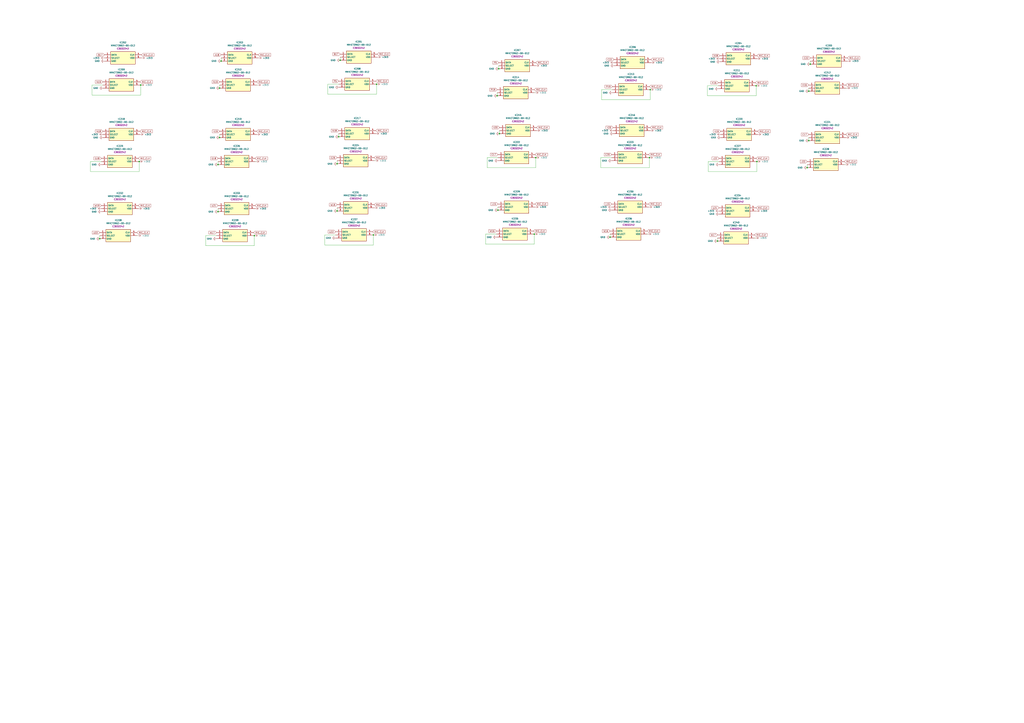
<source format=kicad_sch>
(kicad_sch (version 20231120) (generator "eeschema") (generator_version "8.0")
  (paper "A1")
  (junction (at 309.245 69.215))
  (junction (at 180.34 72.39))
  (junction (at 440.055 129.54))
  (junction (at 664.21 74.93))
  (junction (at 621.665 132.715))
  (junction (at 114.3 132.715))
  (junction (at 621.03 70.485))
  (junction (at 533.4 129.54))
  (junction (at 410.21 109.855))
  (junction (at 276.86 134.62))
  (junction (at 81.915 196.215))
  (junction (at 662.94 137.795))
  (junction (at 208.915 193.675))
  (junction (at 179.07 173.99))
  (junction (at 306.705 193.04))
  (junction (at 408.305 78.74))
  (junction (at 501.015 194.945))
  (junction (at 589.28 198.12))
  (junction (at 279.4 49.53))
  (junction (at 179.07 135.255))
  (junction (at 115.57 69.85))
  (junction (at 438.785 192.405))
  (junction (at 534.035 73.66))
  (junction (at 664.21 115.57))
  (junction (at 665.48 52.705))
  (junction (at 181.61 50.165))
  (junction (at 408.94 172.72))
  (junction (at 276.86 173.355))
  (junction (at 278.13 112.395))
  (junction (at 409.575 56.515))
  (junction (at 180.34 113.03))
  (wire (pts (xy 112.395 193.675) (xy 113.03 193.675)))
  (wire (pts (xy 493.395 137.795) (xy 533.4 137.795)))
  (wire (pts (xy 180.34 110.49) (xy 180.34 113.03)))
  (wire (pts (xy 266.7 193.04) (xy 266.7 201.295)))
  (wire (pts (xy 440.055 129.54) (xy 440.055 137.795)))
  (wire (pts (xy 75.565 78.105) (xy 115.57 78.105)))
  (wire (pts (xy 74.295 140.97) (xy 114.3 140.97)))
  (wire (pts (xy 115.57 69.85) (xy 115.57 78.105)))
  (wire (pts (xy 438.785 76.2) (xy 439.42 76.2)))
  (wire (pts (xy 278.13 69.215) (xy 269.24 69.215)))
  (wire (pts (xy 494.03 81.915) (xy 534.035 81.915)))
  (wire (pts (xy 276.86 170.815) (xy 276.86 173.355)))
  (wire (pts (xy 269.24 69.215) (xy 269.24 77.47)))
  (wire (pts (xy 532.765 129.54) (xy 533.4 129.54)))
  (wire (pts (xy 620.395 70.485) (xy 621.03 70.485)))
  (wire (pts (xy 400.05 137.795) (xy 440.055 137.795)))
  (wire (pts (xy 662.94 135.255) (xy 662.94 137.795)))
  (wire (pts (xy 210.82 69.85) (xy 211.455 69.85)))
  (wire (pts (xy 581.025 78.74) (xy 621.03 78.74)))
  (wire (pts (xy 180.34 69.85) (xy 180.34 72.39)))
  (wire (pts (xy 438.785 192.405) (xy 438.785 200.66)))
  (wire (pts (xy 589.915 70.485) (xy 581.025 70.485)))
  (wire (pts (xy 410.21 107.315) (xy 410.21 109.855)))
  (wire (pts (xy 439.42 129.54) (xy 440.055 129.54)))
  (wire (pts (xy 114.935 69.85) (xy 115.57 69.85)))
  (wire (pts (xy 269.24 77.47) (xy 309.245 77.47)))
  (wire (pts (xy 307.34 132.08) (xy 307.975 132.08)))
  (wire (pts (xy 502.92 73.66) (xy 494.03 73.66)))
  (wire (pts (xy 408.94 129.54) (xy 400.05 129.54)))
  (wire (pts (xy 693.42 135.255) (xy 694.055 135.255)))
  (wire (pts (xy 408.94 170.18) (xy 408.94 172.72)))
  (wire (pts (xy 208.28 193.675) (xy 208.915 193.675)))
  (wire (pts (xy 309.245 69.215) (xy 309.245 77.47)))
  (wire (pts (xy 114.3 132.715) (xy 114.3 140.97)))
  (wire (pts (xy 665.48 50.165) (xy 665.48 52.705)))
  (wire (pts (xy 590.55 132.715) (xy 581.66 132.715)))
  (wire (pts (xy 75.565 69.85) (xy 75.565 78.105)))
  (wire (pts (xy 81.915 193.675) (xy 81.915 196.215)))
  (wire (pts (xy 621.03 132.715) (xy 621.665 132.715)))
  (wire (pts (xy 619.76 195.58) (xy 620.395 195.58)))
  (wire (pts (xy 493.395 129.54) (xy 493.395 137.795)))
  (wire (pts (xy 306.705 193.04) (xy 306.705 201.295)))
  (wire (pts (xy 409.575 53.975) (xy 409.575 56.515)))
  (wire (pts (xy 179.07 132.715) (xy 179.07 135.255)))
  (wire (pts (xy 306.07 193.04) (xy 306.705 193.04)))
  (wire (pts (xy 84.455 69.85) (xy 75.565 69.85)))
  (wire (pts (xy 621.03 70.485) (xy 621.03 78.74)))
  (wire (pts (xy 494.03 73.66) (xy 494.03 81.915)))
  (wire (pts (xy 168.91 193.675) (xy 168.91 201.93)))
  (wire (pts (xy 400.05 129.54) (xy 400.05 137.795)))
  (wire (pts (xy 278.13 109.855) (xy 278.13 112.395)))
  (wire (pts (xy 589.28 195.58) (xy 589.28 198.12)))
  (wire (pts (xy 407.67 192.405) (xy 398.78 192.405)))
  (wire (pts (xy 581.66 132.715) (xy 581.66 140.97)))
  (wire (pts (xy 398.78 192.405) (xy 398.78 200.66)))
  (wire (pts (xy 621.665 132.715) (xy 621.665 140.97)))
  (wire (pts (xy 168.91 201.93) (xy 208.915 201.93)))
  (wire (pts (xy 438.15 192.405) (xy 438.785 192.405)))
  (wire (pts (xy 694.69 72.39) (xy 695.325 72.39)))
  (wire (pts (xy 533.4 129.54) (xy 533.4 137.795)))
  (wire (pts (xy 581.66 140.97) (xy 621.665 140.97)))
  (wire (pts (xy 664.21 72.39) (xy 664.21 74.93)))
  (wire (pts (xy 209.55 132.715) (xy 210.185 132.715)))
  (wire (pts (xy 534.035 73.66) (xy 534.035 81.915)))
  (wire (pts (xy 74.295 132.715) (xy 74.295 140.97)))
  (wire (pts (xy 308.61 69.215) (xy 309.245 69.215)))
  (wire (pts (xy 208.915 193.675) (xy 208.915 201.93)))
  (wire (pts (xy 664.21 113.03) (xy 664.21 115.57)))
  (wire (pts (xy 408.305 76.2) (xy 408.305 78.74)))
  (wire (pts (xy 533.4 73.66) (xy 534.035 73.66)))
  (wire (pts (xy 398.78 200.66) (xy 438.785 200.66)))
  (wire (pts (xy 581.025 70.485) (xy 581.025 78.74)))
  (wire (pts (xy 502.285 129.54) (xy 493.395 129.54)))
  (wire (pts (xy 113.665 132.715) (xy 114.3 132.715)))
  (wire (pts (xy 275.59 193.04) (xy 266.7 193.04)))
  (wire (pts (xy 279.4 46.99) (xy 279.4 49.53)))
  (wire (pts (xy 181.61 47.625) (xy 181.61 50.165)))
  (wire (pts (xy 501.015 192.405) (xy 501.015 194.945)))
  (wire (pts (xy 177.8 193.675) (xy 168.91 193.675)))
  (wire (pts (xy 266.7 201.295) (xy 306.705 201.295)))
  (wire (pts (xy 83.185 132.715) (xy 74.295 132.715)))
  (wire (pts (xy 276.86 132.08) (xy 276.86 134.62)))
  (wire (pts (xy 179.07 171.45) (xy 179.07 173.99)))
  (wire (pts (xy 531.495 192.405) (xy 532.13 192.405)))
  (global_label "MIC_CLK" (shape input) (at 693.42 132.715 0) (property "Intersheetrefs" "${INTERSHEET_REFS}" (effects (hide yes))))
  (global_label "MIC_CLK" (shape input) (at 534.035 104.775 0) (property "Intersheetrefs" "${INTERSHEET_REFS}" (effects (hide yes))))
  (global_label "W17" (shape input) (at 177.8 191.135 180) (property "Intersheetrefs" "${INTERSHEET_REFS}" (effects (hide yes))))
  (global_label "N19" (shape input) (at 180.34 67.31 180) (property "Intersheetrefs" "${INTERSHEET_REFS}" (effects (hide yes))))
  (global_label "MIC_CLK" (shape input) (at 307.34 129.54 0) (property "Intersheetrefs" "${INTERSHEET_REFS}" (effects (hide yes))))
  (global_label "MIC_CLK" (shape input) (at 210.82 67.31 0) (property "Intersheetrefs" "${INTERSHEET_REFS}" (effects (hide yes))))
  (global_label "A18" (shape input) (at 181.61 45.085 180) (property "Intersheetrefs" "${INTERSHEET_REFS}" (effects (hide yes))))
  (global_label "MIC_CLK" (shape input) (at 208.28 191.135 0) (property "Intersheetrefs" "${INTERSHEET_REFS}" (effects (hide yes))))
  (global_label "V20" (shape input) (at 410.21 104.775 180) (property "Intersheetrefs" "${INTERSHEET_REFS}" (effects (hide yes))))
  (global_label "MIC_CLK" (shape input) (at 308.61 107.315 0) (property "Intersheetrefs" "${INTERSHEET_REFS}" (effects (hide yes))))
  (global_label "W17" (shape input) (at 589.28 193.04 180) (property "Intersheetrefs" "${INTERSHEET_REFS}" (effects (hide yes))))
  (global_label "P5" (shape input) (at 409.575 51.435 180) (property "Intersheetrefs" "${INTERSHEET_REFS}" (effects (hide yes))))
  (global_label "P19" (shape input) (at 502.92 71.12 180) (property "Intersheetrefs" "${INTERSHEET_REFS}" (effects (hide yes))))
  (global_label "C20" (shape input) (at 276.86 129.54 180) (property "Intersheetrefs" "${INTERSHEET_REFS}" (effects (hide yes))))
  (global_label "C17" (shape input) (at 408.94 127 180) (property "Intersheetrefs" "${INTERSHEET_REFS}" (effects (hide yes))))
  (global_label "MIC_CLK" (shape input) (at 438.15 189.865 0) (property "Intersheetrefs" "${INTERSHEET_REFS}" (effects (hide yes))))
  (global_label "A18" (shape input) (at 591.185 45.72 180) (property "Intersheetrefs" "${INTERSHEET_REFS}" (effects (hide yes))))
  (global_label "MIC_CLK" (shape input) (at 694.69 110.49 0) (property "Intersheetrefs" "${INTERSHEET_REFS}" (effects (hide yes))))
  (global_label "MIC_CLK" (shape input) (at 621.665 45.72 0) (property "Intersheetrefs" "${INTERSHEET_REFS}" (effects (hide yes))))
  (global_label "MIC_CLK" (shape input) (at 113.665 168.91 0) (property "Intersheetrefs" "${INTERSHEET_REFS}" (effects (hide yes))))
  (global_label "N18" (shape input) (at 278.13 107.315 180) (property "Intersheetrefs" "${INTERSHEET_REFS}" (effects (hide yes))))
  (global_label "L15" (shape input) (at 408.94 167.64 180) (property "Intersheetrefs" "${INTERSHEET_REFS}" (effects (hide yes))))
  (global_label "B17" (shape input) (at 85.725 45.085 180) (property "Intersheetrefs" "${INTERSHEET_REFS}" (effects (hide yes))))
  (global_label "MIC_CLK" (shape input) (at 440.69 104.775 0) (property "Intersheetrefs" "${INTERSHEET_REFS}" (effects (hide yes))))
  (global_label "U22" (shape input) (at 275.59 190.5 180) (property "Intersheetrefs" "${INTERSHEET_REFS}" (effects (hide yes))))
  (global_label "C22" (shape input) (at 665.48 47.625 180) (property "Intersheetrefs" "${INTERSHEET_REFS}" (effects (hide yes))))
  (global_label "G18" (shape input) (at 179.07 130.175 180) (property "Intersheetrefs" "${INTERSHEET_REFS}" (effects (hide yes))))
  (global_label "U21" (shape input) (at 590.55 170.815 180) (property "Intersheetrefs" "${INTERSHEET_REFS}" (effects (hide yes))))
  (global_label "MIC_CLK" (shape input) (at 532.765 127 0) (property "Intersheetrefs" "${INTERSHEET_REFS}" (effects (hide yes))))
  (global_label "N18" (shape input) (at 84.455 107.95 180) (property "Intersheetrefs" "${INTERSHEET_REFS}" (effects (hide yes))))
  (global_label "P5" (shape input) (at 278.13 66.675 180) (property "Intersheetrefs" "${INTERSHEET_REFS}" (effects (hide yes))))
  (global_label "MIC_CLK" (shape input) (at 114.935 67.31 0) (property "Intersheetrefs" "${INTERSHEET_REFS}" (effects (hide yes))))
  (global_label "U22" (shape input) (at 81.915 191.135 180) (property "Intersheetrefs" "${INTERSHEET_REFS}" (effects (hide yes))))
  (global_label "MIC_CLK" (shape input) (at 308.61 66.675 0) (property "Intersheetrefs" "${INTERSHEET_REFS}" (effects (hide yes))))
  (global_label "MIC_CLK" (shape input) (at 209.55 168.91 0) (property "Intersheetrefs" "${INTERSHEET_REFS}" (effects (hide yes))))
  (global_label "U21" (shape input) (at 179.07 168.91 180) (property "Intersheetrefs" "${INTERSHEET_REFS}" (effects (hide yes))))
  (global_label "V20" (shape input) (at 503.555 104.775 180) (property "Intersheetrefs" "${INTERSHEET_REFS}" (effects (hide yes))))
  (global_label "C22" (shape input) (at 504.19 48.895 180) (property "Intersheetrefs" "${INTERSHEET_REFS}" (effects (hide yes))))
  (global_label "V19" (shape input) (at 180.34 107.95 180) (property "Intersheetrefs" "${INTERSHEET_REFS}" (effects (hide yes))))
  (global_label "MIC_CLK" (shape input) (at 532.765 167.64 0) (property "Intersheetrefs" "${INTERSHEET_REFS}" (effects (hide yes))))
  (global_label "MIC_CLK" (shape input) (at 619.76 193.04 0) (property "Intersheetrefs" "${INTERSHEET_REFS}" (effects (hide yes))))
  (global_label "MIC_CLK" (shape input) (at 438.785 73.66 0) (property "Intersheetrefs" "${INTERSHEET_REFS}" (effects (hide yes))))
  (global_label "W16" (shape input) (at 501.015 189.865 180) (property "Intersheetrefs" "${INTERSHEET_REFS}" (effects (hide yes))))
  (global_label "MIC_CLK" (shape input) (at 533.4 71.12 0) (property "Intersheetrefs" "${INTERSHEET_REFS}" (effects (hide yes))))
  (global_label "K16" (shape input) (at 664.21 69.85 180) (property "Intersheetrefs" "${INTERSHEET_REFS}" (effects (hide yes))))
  (global_label "MIC_CLK" (shape input) (at 307.34 168.275 0) (property "Intersheetrefs" "${INTERSHEET_REFS}" (effects (hide yes))))
  (global_label "MIC_CLK" (shape input) (at 306.07 190.5 0) (property "Intersheetrefs" "${INTERSHEET_REFS}" (effects (hide yes))))
  (global_label "MIC_CLK" (shape input) (at 209.55 130.175 0) (property "Intersheetrefs" "${INTERSHEET_REFS}" (effects (hide yes))))
  (global_label "W19" (shape input) (at 83.185 168.91 180) (property "Intersheetrefs" "${INTERSHEET_REFS}" (effects (hide yes))))
  (global_label "MIC_CLK" (shape input) (at 622.3 107.95 0) (property "Intersheetrefs" "${INTERSHEET_REFS}" (effects (hide yes))))
  (global_label "MIC_CLK" (shape input) (at 116.205 45.085 0) (property "Intersheetrefs" "${INTERSHEET_REFS}" (effects (hide yes))))
  (global_label "L15" (shape input) (at 502.285 167.64 180) (property "Intersheetrefs" "${INTERSHEET_REFS}" (effects (hide yes))))
  (global_label "MIC_CLK" (shape input) (at 440.055 51.435 0) (property "Intersheetrefs" "${INTERSHEET_REFS}" (effects (hide yes))))
  (global_label "MIC_CLK" (shape input) (at 114.935 107.95 0) (property "Intersheetrefs" "${INTERSHEET_REFS}" (effects (hide yes))))
  (global_label "MIC_CLK" (shape input) (at 531.495 189.865 0) (property "Intersheetrefs" "${INTERSHEET_REFS}" (effects (hide yes))))
  (global_label "MIC_CLK" (shape input) (at 112.395 191.135 0) (property "Intersheetrefs" "${INTERSHEET_REFS}" (effects (hide yes))))
  (global_label "MIC_CLK" (shape input) (at 695.96 47.625 0) (property "Intersheetrefs" "${INTERSHEET_REFS}" (effects (hide yes))))
  (global_label "W16" (shape input) (at 407.67 189.865 180) (property "Intersheetrefs" "${INTERSHEET_REFS}" (effects (hide yes))))
  (global_label "MIC_CLK" (shape input) (at 534.67 48.895 0) (property "Intersheetrefs" "${INTERSHEET_REFS}" (effects (hide yes))))
  (global_label "P19" (shape input) (at 408.305 73.66 180) (property "Intersheetrefs" "${INTERSHEET_REFS}" (effects (hide yes))))
  (global_label "J22" (shape input) (at 662.94 132.715 180) (property "Intersheetrefs" "${INTERSHEET_REFS}" (effects (hide yes))))
  (global_label "MIC_CLK" (shape input) (at 621.03 130.175 0) (property "Intersheetrefs" "${INTERSHEET_REFS}" (effects (hide yes))))
  (global_label "MIC_CLK" (shape input) (at 694.69 69.85 0) (property "Intersheetrefs" "${INTERSHEET_REFS}" (effects (hide yes))))
  (global_label "C20" (shape input) (at 502.285 127 180) (property "Intersheetrefs" "${INTERSHEET_REFS}" (effects (hide yes))))
  (global_label "B17" (shape input) (at 279.4 44.45 180) (property "Intersheetrefs" "${INTERSHEET_REFS}" (effects (hide yes))))
  (global_label "MIC_CLK" (shape input) (at 621.03 170.815 0) (property "Intersheetrefs" "${INTERSHEET_REFS}" (effects (hide yes))))
  (global_label "K16" (shape input) (at 589.915 67.945 180) (property "Intersheetrefs" "${INTERSHEET_REFS}" (effects (hide yes))))
  (global_label "MIC_CLK" (shape input) (at 439.42 127 0) (property "Intersheetrefs" "${INTERSHEET_REFS}" (effects (hide yes))))
  (global_label "MIC_CLK" (shape input) (at 620.395 67.945 0) (property "Intersheetrefs" "${INTERSHEET_REFS}" (effects (hide yes))))
  (global_label "G18" (shape input) (at 83.185 130.175 180) (property "Intersheetrefs" "${INTERSHEET_REFS}" (effects (hide yes))))
  (global_label "V19" (shape input) (at 591.82 107.95 180) (property "Intersheetrefs" "${INTERSHEET_REFS}" (effects (hide yes))))
  (global_label "N19" (shape input) (at 84.455 67.31 180) (property "Intersheetrefs" "${INTERSHEET_REFS}" (effects (hide yes))))
  (global_label "MIC_CLK" (shape input) (at 212.09 45.085 0) (property "Intersheetrefs" "${INTERSHEET_REFS}" (effects (hide yes))))
  (global_label "C17" (shape input) (at 664.21 110.49 180) (property "Intersheetrefs" "${INTERSHEET_REFS}" (effects (hide yes))))
  (global_label "MIC_CLK" (shape input) (at 113.665 130.175 0) (property "Intersheetrefs" "${INTERSHEET_REFS}" (effects (hide yes))))
  (global_label "J22" (shape input) (at 590.55 130.175 180) (property "Intersheetrefs" "${INTERSHEET_REFS}" (effects (hide yes))))
  (global_label "MIC_CLK" (shape input) (at 439.42 167.64 0) (property "Intersheetrefs" "${INTERSHEET_REFS}" (effects (hide yes))))
  (global_label "MIC_CLK" (shape input) (at 309.88 44.45 0) (property "Intersheetrefs" "${INTERSHEET_REFS}" (effects (hide yes))))
  (global_label "MIC_CLK" (shape input) (at 210.82 107.95 0) (property "Intersheetrefs" "${INTERSHEET_REFS}" (effects (hide yes))))
  (global_label "W19" (shape input) (at 276.86 168.275 180) (property "Intersheetrefs" "${INTERSHEET_REFS}" (effects (hide yes))))
  (symbol (lib_id "power:+3V3") (at 694.69 113.03 270) (unit 1)
    (property "Reference" "#PWR0530" (effects (hide yes)))
    (property "Value" "+3V3" (at 698.5 113.03 90) (effects (justify left)))
  )
  (symbol (lib_id "power:GND") (at 502.285 172.72 270) (unit 1)
    (property "Reference" "#PWR0552" (effects (hide yes)))
    (property "Value" "GND" (at 498.475 172.72 90) (effects (justify right)))
  )
  (symbol (lib_id "power:GND") (at 589.915 73.025 270) (unit 1)
    (property "Reference" "#PWR0512" (effects (hide yes)))
    (property "Value" "GND" (at 586.105 73.025 90) (effects (justify right)))
  )
  (symbol (lib_id "power:GND") (at 278.13 112.395 270) (unit 1)
    (property "Reference" "#PWR0526" (effects (hide yes)))
    (property "Value" "GND" (at 274.32 112.395 90) (effects (justify right)))
  )
  (symbol (lib_id "power:GND") (at 275.59 195.58 270) (unit 1)
    (property "Reference" "#PWR0565" (effects (hide yes)))
    (property "Value" "GND" (at 271.78 195.58 90) (effects (justify right)))
  )
  (symbol (lib_id "SamacSys_Parts:MMICT3902-00-012") (at 503.555 104.775 0) (unit 1)
    (property "Reference" "IC216" (at 518.795 94.615 0))
    (property "Value" "MMICT3902-00-012" (at 518.795 97.155 0))
    (property "Footprint" "T3902:MMICT390200012" (effects (hide yes)))
    (property "Datasheet" "http://invensense.tdk.com/wp-content/uploads/2020/05/DS-000357-T3902-v1.0.pdf" (effects (hide yes)))
    (property "Height" "1.13" (effects (hide yes)))
    (property "Mouser Part Number" "410-MMICT3902-00-012" (effects (hide yes)))
    (property "Mouser Price/Stock" "https://www.mouser.co.uk/ProductDetail/TDK-InvenSense/MMICT3902-00-012?qs=yqaQSyyJnNi1lpqXyrpxOA%3D%3D" (effects (hide yes)))
    (property "Manufacturer_Name" "TDK" (effects (hide yes)))
    (property "Manufacturer_Part_Number" "MMICT3902-00-012" (effects (hide yes)))
    (property "LCSC" "C3032242" (at 518.795 99.695 0))
  )
  (symbol (lib_id "power:GND") (at 589.28 198.12 270) (unit 1)
    (property "Reference" "#PWR0569" (effects (hide yes)))
    (property "Value" "GND" (at 585.47 198.12 90) (effects (justify right)))
  )
  (symbol (lib_id "power:GND") (at 81.915 196.215 270) (unit 1)
    (property "Reference" "#PWR0567" (effects (hide yes)))
    (property "Value" "GND" (at 78.105 196.215 90) (effects (justify right)))
  )
  (symbol (lib_id "SamacSys_Parts:MMICT3902-00-012") (at 590.55 170.815 0) (unit 1)
    (property "Reference" "IC234" (at 605.79 160.655 0))
    (property "Value" "MMICT3902-00-012" (at 605.79 163.195 0))
    (property "Footprint" "T3902:MMICT390200012" (effects (hide yes)))
    (property "Datasheet" "http://invensense.tdk.com/wp-content/uploads/2020/05/DS-000357-T3902-v1.0.pdf" (effects (hide yes)))
    (property "Height" "1.13" (effects (hide yes)))
    (property "Mouser Part Number" "410-MMICT3902-00-012" (effects (hide yes)))
    (property "Mouser Price/Stock" "https://www.mouser.co.uk/ProductDetail/TDK-InvenSense/MMICT3902-00-012?qs=yqaQSyyJnNi1lpqXyrpxOA%3D%3D" (effects (hide yes)))
    (property "Manufacturer_Name" "TDK" (effects (hide yes)))
    (property "Manufacturer_Part_Number" "MMICT3902-00-012" (effects (hide yes)))
    (property "LCSC" "C3032242" (at 605.79 165.735 0))
  )
  (symbol (lib_id "power:+3V3") (at 503.555 107.315 90) (unit 1)
    (property "Reference" "#PWR0896" (effects (hide yes)))
    (property "Value" "+3V3" (at 499.491 107.315 90) (effects (justify left)))
  )
  (symbol (lib_id "power:+3V3") (at 210.185 132.715 270) (unit 1)
    (property "Reference" "#PWR0538" (effects (hide yes)))
    (property "Value" "+3V3" (at 213.995 132.715 90) (effects (justify left)))
  )
  (symbol (lib_id "power:+3V3") (at 308.61 109.855 270) (unit 1)
    (property "Reference" "#PWR0520" (effects (hide yes)))
    (property "Value" "+3V3" (at 312.42 109.855 90) (effects (justify left)))
  )
  (symbol (lib_id "power:+3V3") (at 439.42 170.18 270) (unit 1)
    (property "Reference" "#PWR0546" (effects (hide yes)))
    (property "Value" "+3V3" (at 443.23 170.18 90) (effects (justify left)))
  )
  (symbol (lib_id "power:GND") (at 276.86 134.62 270) (unit 1)
    (property "Reference" "#PWR0540" (effects (hide yes)))
    (property "Value" "GND" (at 273.05 134.62 90) (effects (justify right)))
  )
  (symbol (lib_id "SamacSys_Parts:MMICT3902-00-012") (at 85.725 45.085 0) (unit 1)
    (property "Reference" "IC202" (at 100.965 34.925 0))
    (property "Value" "MMICT3902-00-012" (at 100.965 37.465 0))
    (property "Footprint" "T3902:MMICT390200012" (effects (hide yes)))
    (property "Datasheet" "http://invensense.tdk.com/wp-content/uploads/2020/05/DS-000357-T3902-v1.0.pdf" (effects (hide yes)))
    (property "Height" "1.13" (effects (hide yes)))
    (property "Mouser Part Number" "410-MMICT3902-00-012" (effects (hide yes)))
    (property "Mouser Price/Stock" "https://www.mouser.co.uk/ProductDetail/TDK-InvenSense/MMICT3902-00-012?qs=yqaQSyyJnNi1lpqXyrpxOA%3D%3D" (effects (hide yes)))
    (property "Manufacturer_Name" "TDK" (effects (hide yes)))
    (property "Manufacturer_Part_Number" "MMICT3902-00-012" (effects (hide yes)))
    (property "LCSC" "C3032242" (at 100.965 40.005 0))
  )
  (symbol (lib_id "SamacSys_Parts:MMICT3902-00-012") (at 179.07 130.175 0) (unit 1)
    (property "Reference" "IC226" (at 194.31 120.015 0))
    (property "Value" "MMICT3902-00-012" (at 194.31 122.555 0))
    (property "Footprint" "T3902:MMICT390200012" (effects (hide yes)))
    (property "Datasheet" "http://invensense.tdk.com/wp-content/uploads/2020/05/DS-000357-T3902-v1.0.pdf" (effects (hide yes)))
    (property "Height" "1.13" (effects (hide yes)))
    (property "Mouser Part Number" "410-MMICT3902-00-012" (effects (hide yes)))
    (property "Mouser Price/Stock" "https://www.mouser.co.uk/ProductDetail/TDK-InvenSense/MMICT3902-00-012?qs=yqaQSyyJnNi1lpqXyrpxOA%3D%3D" (effects (hide yes)))
    (property "Manufacturer_Name" "TDK" (effects (hide yes)))
    (property "Manufacturer_Part_Number" "MMICT3902-00-012" (effects (hide yes)))
    (property "LCSC" "C3032242" (at 194.31 125.095 0))
  )
  (symbol (lib_id "SamacSys_Parts:MMICT3902-00-012") (at 177.8 191.135 0) (unit 1)
    (property "Reference" "IC239" (at 193.04 180.975 0))
    (property "Value" "MMICT3902-00-012" (at 193.04 183.515 0))
    (property "Footprint" "T3902:MMICT390200012" (effects (hide yes)))
    (property "Datasheet" "http://invensense.tdk.com/wp-content/uploads/2020/05/DS-000357-T3902-v1.0.pdf" (effects (hide yes)))
    (property "Height" "1.13" (effects (hide yes)))
    (property "Mouser Part Number" "410-MMICT3902-00-012" (effects (hide yes)))
    (property "Mouser Price/Stock" "https://www.mouser.co.uk/ProductDetail/TDK-InvenSense/MMICT3902-00-012?qs=yqaQSyyJnNi1lpqXyrpxOA%3D%3D" (effects (hide yes)))
    (property "Manufacturer_Name" "TDK" (effects (hide yes)))
    (property "Manufacturer_Part_Number" "MMICT3902-00-012" (effects (hide yes)))
    (property "LCSC" "C3032242" (at 193.04 186.055 0))
  )
  (symbol (lib_id "power:+3V3") (at 84.455 110.49 90) (unit 1)
    (property "Reference" "#PWR0897" (effects (hide yes)))
    (property "Value" "+3V3" (at 80.391 110.49 90) (effects (justify left)))
  )
  (symbol (lib_id "SamacSys_Parts:MMICT3902-00-012") (at 279.4 44.45 0) (unit 1)
    (property "Reference" "IC201" (at 294.64 34.29 0))
    (property "Value" "MMICT3902-00-012" (at 294.64 36.83 0))
    (property "Footprint" "T3902:MMICT390200012" (effects (hide yes)))
    (property "Datasheet" "http://invensense.tdk.com/wp-content/uploads/2020/05/DS-000357-T3902-v1.0.pdf" (effects (hide yes)))
    (property "Height" "1.13" (effects (hide yes)))
    (property "Mouser Part Number" "410-MMICT3902-00-012" (effects (hide yes)))
    (property "Mouser Price/Stock" "https://www.mouser.co.uk/ProductDetail/TDK-InvenSense/MMICT3902-00-012?qs=yqaQSyyJnNi1lpqXyrpxOA%3D%3D" (effects (hide yes)))
    (property "Manufacturer_Name" "TDK" (effects (hide yes)))
    (property "Manufacturer_Part_Number" "MMICT3902-00-012" (effects (hide yes)))
    (property "LCSC" "C3032242" (at 294.64 39.37 0))
  )
  (symbol (lib_id "SamacSys_Parts:MMICT3902-00-012") (at 278.13 66.675 0) (unit 1)
    (property "Reference" "IC208" (at 293.37 56.515 0))
    (property "Value" "MMICT3902-00-012" (at 293.37 59.055 0))
    (property "Footprint" "T3902:MMICT390200012" (effects (hide yes)))
    (property "Datasheet" "http://invensense.tdk.com/wp-content/uploads/2020/05/DS-000357-T3902-v1.0.pdf" (effects (hide yes)))
    (property "Height" "1.13" (effects (hide yes)))
    (property "Mouser Part Number" "410-MMICT3902-00-012" (effects (hide yes)))
    (property "Mouser Price/Stock" "https://www.mouser.co.uk/ProductDetail/TDK-InvenSense/MMICT3902-00-012?qs=yqaQSyyJnNi1lpqXyrpxOA%3D%3D" (effects (hide yes)))
    (property "Manufacturer_Name" "TDK" (effects (hide yes)))
    (property "Manufacturer_Part_Number" "MMICT3902-00-012" (effects (hide yes)))
    (property "LCSC" "C3032242" (at 293.37 61.595 0))
  )
  (symbol (lib_id "power:GND") (at 180.34 113.03 270) (unit 1)
    (property "Reference" "#PWR0528" (effects (hide yes)))
    (property "Value" "GND" (at 176.53 113.03 90) (effects (justify right)))
  )
  (symbol (lib_id "power:+3V3") (at 533.4 129.54 270) (unit 1)
    (property "Reference" "#PWR0533" (effects (hide yes)))
    (property "Value" "+3V3" (at 537.21 129.54 90) (effects (justify left)))
  )
  (symbol (lib_id "SamacSys_Parts:MMICT3902-00-012") (at 83.185 168.91 0) (unit 1)
    (property "Reference" "IC232" (at 98.425 158.75 0))
    (property "Value" "MMICT3902-00-012" (at 98.425 161.29 0))
    (property "Footprint" "T3902:MMICT390200012" (effects (hide yes)))
    (property "Datasheet" "http://invensense.tdk.com/wp-content/uploads/2020/05/DS-000357-T3902-v1.0.pdf" (effects (hide yes)))
    (property "Height" "1.13" (effects (hide yes)))
    (property "Mouser Part Number" "410-MMICT3902-00-012" (effects (hide yes)))
    (property "Mouser Price/Stock" "https://www.mouser.co.uk/ProductDetail/TDK-InvenSense/MMICT3902-00-012?qs=yqaQSyyJnNi1lpqXyrpxOA%3D%3D" (effects (hide yes)))
    (property "Manufacturer_Name" "TDK" (effects (hide yes)))
    (property "Manufacturer_Part_Number" "MMICT3902-00-012" (effects (hide yes)))
    (property "LCSC" "C3032242" (at 98.425 163.83 0))
  )
  (symbol (lib_id "power:+3V3") (at 115.57 69.85 270) (unit 1)
    (property "Reference" "#PWR0505" (effects (hide yes)))
    (property "Value" "+3V3" (at 119.38 69.85 90) (effects (justify left)))
  )
  (symbol (lib_id "power:GND") (at 502.92 76.2 270) (unit 1)
    (property "Reference" "#PWR0516" (effects (hide yes)))
    (property "Value" "GND" (at 499.11 76.2 90) (effects (justify right)))
  )
  (symbol (lib_id "power:GND") (at 502.285 132.08 270) (unit 1)
    (property "Reference" "#PWR0536" (effects (hide yes)))
    (property "Value" "GND" (at 498.475 132.08 90) (effects (justify right)))
  )
  (symbol (lib_id "power:GND") (at 181.61 50.165 270) (unit 1)
    (property "Reference" "#PWR0496" (effects (hide yes)))
    (property "Value" "GND" (at 177.8 50.165 90) (effects (justify right)))
  )
  (symbol (lib_id "power:+3V3") (at 114.3 132.715 270) (unit 1)
    (property "Reference" "#PWR0537" (effects (hide yes)))
    (property "Value" "+3V3" (at 118.11 132.715 90) (effects (justify left)))
  )
  (symbol (lib_id "power:+3V3") (at 621.03 70.485 270) (unit 1)
    (property "Reference" "#PWR0507" (effects (hide yes)))
    (property "Value" "+3V3" (at 624.84 70.485 90) (effects (justify left)))
  )
  (symbol (lib_id "SamacSys_Parts:MMICT3902-00-012") (at 502.285 167.64 0) (unit 1)
    (property "Reference" "IC230" (at 517.525 157.48 0))
    (property "Value" "MMICT3902-00-012" (at 517.525 160.02 0))
    (property "Footprint" "T3902:MMICT390200012" (effects (hide yes)))
    (property "Datasheet" "http://invensense.tdk.com/wp-content/uploads/2020/05/DS-000357-T3902-v1.0.pdf" (effects (hide yes)))
    (property "Height" "1.13" (effects (hide yes)))
    (property "Mouser Part Number" "410-MMICT3902-00-012" (effects (hide yes)))
    (property "Mouser Price/Stock" "https://www.mouser.co.uk/ProductDetail/TDK-InvenSense/MMICT3902-00-012?qs=yqaQSyyJnNi1lpqXyrpxOA%3D%3D" (effects (hide yes)))
    (property "Manufacturer_Name" "TDK" (effects (hide yes)))
    (property "Manufacturer_Part_Number" "MMICT3902-00-012" (effects (hide yes)))
    (property "LCSC" "C3032242" (at 517.525 162.56 0))
  )
  (symbol (lib_id "SamacSys_Parts:MMICT3902-00-012") (at 410.21 104.775 0) (unit 1)
    (property "Reference" "IC215" (at 425.45 94.615 0))
    (property "Value" "MMICT3902-00-012" (at 425.45 97.155 0))
    (property "Footprint" "T3902:MMICT390200012" (effects (hide yes)))
    (property "Datasheet" "http://invensense.tdk.com/wp-content/uploads/2020/05/DS-000357-T3902-v1.0.pdf" (effects (hide yes)))
    (property "Height" "1.13" (effects (hide yes)))
    (property "Mouser Part Number" "410-MMICT3902-00-012" (effects (hide yes)))
    (property "Mouser Price/Stock" "https://www.mouser.co.uk/ProductDetail/TDK-InvenSense/MMICT3902-00-012?qs=yqaQSyyJnNi1lpqXyrpxOA%3D%3D" (effects (hide yes)))
    (property "Manufacturer_Name" "TDK" (effects (hide yes)))
    (property "Manufacturer_Part_Number" "MMICT3902-00-012" (effects (hide yes)))
    (property "LCSC" "C3032242" (at 425.45 99.695 0))
  )
  (symbol (lib_id "SamacSys_Parts:MMICT3902-00-012") (at 275.59 190.5 0) (unit 1)
    (property "Reference" "IC237" (at 290.83 180.34 0))
    (property "Value" "MMICT3902-00-012" (at 290.83 182.88 0))
    (property "Footprint" "T3902:MMICT390200012" (effects (hide yes)))
    (property "Datasheet" "http://invensense.tdk.com/wp-content/uploads/2020/05/DS-000357-T3902-v1.0.pdf" (effects (hide yes)))
    (property "Height" "1.13" (effects (hide yes)))
    (property "Mouser Part Number" "410-MMICT3902-00-012" (effects (hide yes)))
    (property "Mouser Price/Stock" "https://www.mouser.co.uk/ProductDetail/TDK-InvenSense/MMICT3902-00-012?qs=yqaQSyyJnNi1lpqXyrpxOA%3D%3D" (effects (hide yes)))
    (property "Manufacturer_Name" "TDK" (effects (hide yes)))
    (property "Manufacturer_Part_Number" "MMICT3902-00-012" (effects (hide yes)))
    (property "LCSC" "C3032242" (at 290.83 185.42 0))
  )
  (symbol (lib_id "power:GND") (at 591.185 50.8 270) (unit 1)
    (property "Reference" "#PWR0498" (effects (hide yes)))
    (property "Value" "GND" (at 587.375 50.8 90) (effects (justify right)))
  )
  (symbol (lib_id "power:+3V3") (at 309.245 69.215 270) (unit 1)
    (property "Reference" "#PWR0504" (effects (hide yes)))
    (property "Value" "+3V3" (at 313.055 69.215 90) (effects (justify left)))
  )
  (symbol (lib_id "power:+3V3") (at 306.705 193.04 270) (unit 1)
    (property "Reference" "#PWR0560" (effects (hide yes)))
    (property "Value" "+3V3" (at 310.515 193.04 90) (effects (justify left)))
  )
  (symbol (lib_id "power:+3V3") (at 85.725 47.625 90) (unit 1)
    (property "Reference" "#PWR0893" (effects (hide yes)))
    (property "Value" "+3V3" (at 81.661 47.625 90) (effects (justify left)))
  )
  (symbol (lib_id "power:GND") (at 83.185 135.255 270) (unit 1)
    (property "Reference" "#PWR0541" (effects (hide yes)))
    (property "Value" "GND" (at 79.375 135.255 90) (effects (justify right)))
  )
  (symbol (lib_id "SamacSys_Parts:MMICT3902-00-012") (at 590.55 130.175 0) (unit 1)
    (property "Reference" "IC227" (at 605.79 120.015 0))
    (property "Value" "MMICT3902-00-012" (at 605.79 122.555 0))
    (property "Footprint" "T3902:MMICT390200012" (effects (hide yes)))
    (property "Datasheet" "http://invensense.tdk.com/wp-content/uploads/2020/05/DS-000357-T3902-v1.0.pdf" (effects (hide yes)))
    (property "Height" "1.13" (effects (hide yes)))
    (property "Mouser Part Number" "410-MMICT3902-00-012" (effects (hide yes)))
    (property "Mouser Price/Stock" "https://www.mouser.co.uk/ProductDetail/TDK-InvenSense/MMICT3902-00-012?qs=yqaQSyyJnNi1lpqXyrpxOA%3D%3D" (effects (hide yes)))
    (property "Manufacturer_Name" "TDK" (effects (hide yes)))
    (property "Manufacturer_Part_Number" "MMICT3902-00-012" (effects (hide yes)))
    (property "LCSC" "C3032242" (at 605.79 125.095 0))
  )
  (symbol (lib_id "power:+3V3") (at 532.765 170.18 270) (unit 1)
    (property "Reference" "#PWR0547" (effects (hide yes)))
    (property "Value" "+3V3" (at 536.575 170.18 90) (effects (justify left)))
  )
  (symbol (lib_id "power:GND") (at 408.94 172.72 270) (unit 1)
    (property "Reference" "#PWR0551" (effects (hide yes)))
    (property "Value" "GND" (at 405.13 172.72 90) (effects (justify right)))
  )
  (symbol (lib_id "power:+3V3") (at 504.19 51.435 90) (unit 1)
    (property "Reference" "#PWR0895" (effects (hide yes)))
    (property "Value" "+3V3" (at 500.126 51.435 90) (effects (justify left)))
  )
  (symbol (lib_id "SamacSys_Parts:MMICT3902-00-012") (at 664.21 110.49 0) (unit 1)
    (property "Reference" "IC221" (at 679.45 100.33 0))
    (property "Value" "MMICT3902-00-012" (at 679.45 102.87 0))
    (property "Footprint" "T3902:MMICT390200012" (effects (hide yes)))
    (property "Datasheet" "http://invensense.tdk.com/wp-content/uploads/2020/05/DS-000357-T3902-v1.0.pdf" (effects (hide yes)))
    (property "Height" "1.13" (effects (hide yes)))
    (property "Mouser Part Number" "410-MMICT3902-00-012" (effects (hide yes)))
    (property "Mouser Price/Stock" "https://www.mouser.co.uk/ProductDetail/TDK-InvenSense/MMICT3902-00-012?qs=yqaQSyyJnNi1lpqXyrpxOA%3D%3D" (effects (hide yes)))
    (property "Manufacturer_Name" "TDK" (effects (hide yes)))
    (property "Manufacturer_Part_Number" "MMICT3902-00-012" (effects (hide yes)))
    (property "LCSC" "C3032242" (at 679.45 105.41 0))
  )
  (symbol (lib_id "power:+3V3") (at 621.665 48.26 270) (unit 1)
    (property "Reference" "#PWR0493" (effects (hide yes)))
    (property "Value" "+3V3" (at 625.475 48.26 90) (effects (justify left)))
  )
  (symbol (lib_id "SamacSys_Parts:MMICT3902-00-012") (at 662.94 132.715 0) (unit 1)
    (property "Reference" "IC228" (at 678.18 122.555 0))
    (property "Value" "MMICT3902-00-012" (at 678.18 125.095 0))
    (property "Footprint" "T3902:MMICT390200012" (effects (hide yes)))
    (property "Datasheet" "http://invensense.tdk.com/wp-content/uploads/2020/05/DS-000357-T3902-v1.0.pdf" (effects (hide yes)))
    (property "Height" "1.13" (effects (hide yes)))
    (property "Mouser Part Number" "410-MMICT3902-00-012" (effects (hide yes)))
    (property "Mouser Price/Stock" "https://www.mouser.co.uk/ProductDetail/TDK-InvenSense/MMICT3902-00-012?qs=yqaQSyyJnNi1lpqXyrpxOA%3D%3D" (effects (hide yes)))
    (property "Manufacturer_Name" "TDK" (effects (hide yes)))
    (property "Manufacturer_Part_Number" "MMICT3902-00-012" (effects (hide yes)))
    (property "LCSC" "C3032242" (at 678.18 127.635 0))
  )
  (symbol (lib_id "power:GND") (at 84.455 72.39 270) (unit 1)
    (property "Reference" "#PWR0509" (effects (hide yes)))
    (property "Value" "GND" (at 80.645 72.39 90) (effects (justify right)))
  )
  (symbol (lib_id "power:GND") (at 84.455 113.03 270) (unit 1)
    (property "Reference" "#PWR0527" (effects (hide yes)))
    (property "Value" "GND" (at 80.645 113.03 90) (effects (justify right)))
  )
  (symbol (lib_id "SamacSys_Parts:MMICT3902-00-012") (at 276.86 129.54 0) (unit 1)
    (property "Reference" "IC224" (at 292.1 119.38 0))
    (property "Value" "MMICT3902-00-012" (at 292.1 121.92 0))
    (property "Footprint" "T3902:MMICT390200012" (effects (hide yes)))
    (property "Datasheet" "http://invensense.tdk.com/wp-content/uploads/2020/05/DS-000357-T3902-v1.0.pdf" (effects (hide yes)))
    (property "Height" "1.13" (effects (hide yes)))
    (property "Mouser Part Number" "410-MMICT3902-00-012" (effects (hide yes)))
    (property "Mouser Price/Stock" "https://www.mouser.co.uk/ProductDetail/TDK-InvenSense/MMICT3902-00-012?qs=yqaQSyyJnNi1lpqXyrpxOA%3D%3D" (effects (hide yes)))
    (property "Manufacturer_Name" "TDK" (effects (hide yes)))
    (property "Manufacturer_Part_Number" "MMICT3902-00-012" (effects (hide yes)))
    (property "LCSC" "C3032242" (at 292.1 124.46 0))
  )
  (symbol (lib_id "power:+3V3") (at 622.3 110.49 270) (unit 1)
    (property "Reference" "#PWR0525" (effects (hide yes)))
    (property "Value" "+3V3" (at 626.11 110.49 90) (effects (justify left)))
  )
  (symbol (lib_id "power:+3V3") (at 591.185 48.26 90) (unit 1)
    (property "Reference" "#PWR0894" (effects (hide yes)))
    (property "Value" "+3V3" (at 587.121 48.26 90) (effects (justify left)))
  )
  (symbol (lib_id "power:GND") (at 410.21 109.855 270) (unit 1)
    (property "Reference" "#PWR0521" (effects (hide yes)))
    (property "Value" "GND" (at 406.4 109.855 90) (effects (justify right)))
  )
  (symbol (lib_id "power:GND") (at 665.48 52.705 270) (unit 1)
    (property "Reference" "#PWR0500" (effects (hide yes)))
    (property "Value" "GND" (at 661.67 52.705 90) (effects (justify right)))
  )
  (symbol (lib_id "power:+3V3") (at 209.55 171.45 270) (unit 1)
    (property "Reference" "#PWR0550" (effects (hide yes)))
    (property "Value" "+3V3" (at 213.36 171.45 90) (effects (justify left)))
  )
  (symbol (lib_id "SamacSys_Parts:MMICT3902-00-012") (at 181.61 45.085 0) (unit 1)
    (property "Reference" "IC203" (at 196.85 34.925 0))
    (property "Value" "MMICT3902-00-012" (at 196.85 37.465 0))
    (property "Footprint" "T3902:MMICT390200012" (effects (hide yes)))
    (property "Datasheet" "http://invensense.tdk.com/wp-content/uploads/2020/05/DS-000357-T3902-v1.0.pdf" (effects (hide yes)))
    (property "Height" "1.13" (effects (hide yes)))
    (property "Mouser Part Number" "410-MMICT3902-00-012" (effects (hide yes)))
    (property "Mouser Price/Stock" "https://www.mouser.co.uk/ProductDetail/TDK-InvenSense/MMICT3902-00-012?qs=yqaQSyyJnNi1lpqXyrpxOA%3D%3D" (effects (hide yes)))
    (property "Manufacturer_Name" "TDK" (effects (hide yes)))
    (property "Manufacturer_Part_Number" "MMICT3902-00-012" (effects (hide yes)))
    (property "LCSC" "C3032242" (at 196.85 40.005 0))
  )
  (symbol (lib_id "power:+3V3") (at 114.935 110.49 270) (unit 1)
    (property "Reference" "#PWR0523" (effects (hide yes)))
    (property "Value" "+3V3" (at 118.745 110.49 90) (effects (justify left)))
  )
  (symbol (lib_id "SamacSys_Parts:MMICT3902-00-012") (at 276.86 168.275 0) (unit 1)
    (property "Reference" "IC231" (at 292.1 158.115 0))
    (property "Value" "MMICT3902-00-012" (at 292.1 160.655 0))
    (property "Footprint" "T3902:MMICT390200012" (effects (hide yes)))
    (property "Datasheet" "http://invensense.tdk.com/wp-content/uploads/2020/05/DS-000357-T3902-v1.0.pdf" (effects (hide yes)))
    (property "Height" "1.13" (effects (hide yes)))
    (property "Mouser Part Number" "410-MMICT3902-00-012" (effects (hide yes)))
    (property "Mouser Price/Stock" "https://www.mouser.co.uk/ProductDetail/TDK-InvenSense/MMICT3902-00-012?qs=yqaQSyyJnNi1lpqXyrpxOA%3D%3D" (effects (hide yes)))
    (property "Manufacturer_Name" "TDK" (effects (hide yes)))
    (property "Manufacturer_Part_Number" "MMICT3902-00-012" (effects (hide yes)))
    (property "LCSC" "C3032242" (at 292.1 163.195 0))
  )
  (symbol (lib_id "power:+3V3") (at 591.82 110.49 90) (unit 1)
    (property "Reference" "#PWR0898" (effects (hide yes)))
    (property "Value" "+3V3" (at 587.756 110.49 90) (effects (justify left)))
  )
  (symbol (lib_id "power:GND") (at 664.21 74.93 270) (unit 1)
    (property "Reference" "#PWR0514" (effects (hide yes)))
    (property "Value" "GND" (at 660.4 74.93 90) (effects (justify right)))
  )
  (symbol (lib_id "power:+3V3") (at 502.285 170.18 90) (unit 1)
    (property "Reference" "#PWR0899" (effects (hide yes)))
    (property "Value" "+3V3" (at 498.221 170.18 90) (effects (justify left)))
  )
  (symbol (lib_id "power:GND") (at 503.555 109.855 270) (unit 1)
    (property "Reference" "#PWR0522" (effects (hide yes)))
    (property "Value" "GND" (at 499.745 109.855 90) (effects (justify right)))
  )
  (symbol (lib_id "power:+3V3") (at 309.88 46.99 270) (unit 1)
    (property "Reference" "#PWR0490" (effects (hide yes)))
    (property "Value" "+3V3" (at 313.69 46.99 90) (effects (justify left)))
  )
  (symbol (lib_id "power:GND") (at 662.94 137.795 270) (unit 1)
    (property "Reference" "#PWR0545" (effects (hide yes)))
    (property "Value" "GND" (at 659.13 137.795 90) (effects (justify right)))
  )
  (symbol (lib_id "SamacSys_Parts:MMICT3902-00-012") (at 589.915 67.945 0) (unit 1)
    (property "Reference" "IC211" (at 605.155 57.785 0))
    (property "Value" "MMICT3902-00-012" (at 605.155 60.325 0))
    (property "Footprint" "T3902:MMICT390200012" (effects (hide yes)))
    (property "Datasheet" "http://invensense.tdk.com/wp-content/uploads/2020/05/DS-000357-T3902-v1.0.pdf" (effects (hide yes)))
    (property "Height" "1.13" (effects (hide yes)))
    (property "Mouser Part Number" "410-MMICT3902-00-012" (effects (hide yes)))
    (property "Mouser Price/Stock" "https://www.mouser.co.uk/ProductDetail/TDK-InvenSense/MMICT3902-00-012?qs=yqaQSyyJnNi1lpqXyrpxOA%3D%3D" (effects (hide yes)))
    (property "Manufacturer_Name" "TDK" (effects (hide yes)))
    (property "Manufacturer_Part_Number" "MMICT3902-00-012" (effects (hide yes)))
    (property "LCSC" "C3032242" (at 605.155 62.865 0))
  )
  (symbol (lib_id "SamacSys_Parts:MMICT3902-00-012") (at 179.07 168.91 0) (unit 1)
    (property "Reference" "IC233" (at 194.31 158.75 0))
    (property "Value" "MMICT3902-00-012" (at 194.31 161.29 0))
    (property "Footprint" "T3902:MMICT390200012" (effects (hide yes)))
    (property "Datasheet" "http://invensense.tdk.com/wp-content/uploads/2020/05/DS-000357-T3902-v1.0.pdf" (effects (hide yes)))
    (property "Height" "1.13" (effects (hide yes)))
    (property "Mouser Part Number" "410-MMICT3902-00-012" (effects (hide yes)))
    (property "Mouser Price/Stock" "https://www.mouser.co.uk/ProductDetail/TDK-InvenSense/MMICT3902-00-012?qs=yqaQSyyJnNi1lpqXyrpxOA%3D%3D" (effects (hide yes)))
    (property "Manufacturer_Name" "TDK" (effects (hide yes)))
    (property "Manufacturer_Part_Number" "MMICT3902-00-012" (effects (hide yes)))
    (property "LCSC" "C3032242" (at 194.31 163.83 0))
  )
  (symbol (lib_id "power:GND") (at 180.34 72.39 270) (unit 1)
    (property "Reference" "#PWR0510" (effects (hide yes)))
    (property "Value" "GND" (at 176.53 72.39 90) (effects (justify right)))
  )
  (symbol (lib_id "power:GND") (at 179.07 173.99 270) (unit 1)
    (property "Reference" "#PWR0556" (effects (hide yes)))
    (property "Value" "GND" (at 175.26 173.99 90) (effects (justify right)))
  )
  (symbol (lib_id "power:+3V3") (at 113.03 193.675 270) (unit 1)
    (property "Reference" "#PWR0561" (effects (hide yes)))
    (property "Value" "+3V3" (at 116.84 193.675 90) (effects (justify left)))
  )
  (symbol (lib_id "power:GND") (at 83.185 173.99 270) (unit 1)
    (property "Reference" "#PWR0555" (effects (hide yes)))
    (property "Value" "GND" (at 79.375 173.99 90) (effects (justify right)))
  )
  (symbol (lib_id "SamacSys_Parts:MMICT3902-00-012") (at 589.28 193.04 0) (unit 1)
    (property "Reference" "IC240" (at 604.52 182.88 0))
    (property "Value" "MMICT3902-00-012" (at 604.52 185.42 0))
    (property "Footprint" "T3902:MMICT390200012" (effects (hide yes)))
    (property "Datasheet" "http://invensense.tdk.com/wp-content/uploads/2020/05/DS-000357-T3902-v1.0.pdf" (effects (hide yes)))
    (property "Height" "1.13" (effects (hide yes)))
    (property "Mouser Part Number" "410-MMICT3902-00-012" (effects (hide yes)))
    (property "Mouser Price/Stock" "https://www.mouser.co.uk/ProductDetail/TDK-InvenSense/MMICT3902-00-012?qs=yqaQSyyJnNi1lpqXyrpxOA%3D%3D" (effects (hide yes)))
    (property "Manufacturer_Name" "TDK" (effects (hide yes)))
    (property "Manufacturer_Part_Number" "MMICT3902-00-012" (effects (hide yes)))
    (property "LCSC" "C3032242" (at 604.52 187.96 0))
  )
  (symbol (lib_id "power:GND") (at 590.55 135.255 270) (unit 1)
    (property "Reference" "#PWR0543" (effects (hide yes)))
    (property "Value" "GND" (at 586.74 135.255 90) (effects (justify right)))
  )
  (symbol (lib_id "power:+3V3") (at 212.09 47.625 270) (unit 1)
    (property "Reference" "#PWR0492" (effects (hide yes)))
    (property "Value" "+3V3" (at 215.9 47.625 90) (effects (justify left)))
  )
  (symbol (lib_id "power:GND") (at 408.305 78.74 270) (unit 1)
    (property "Reference" "#PWR0517" (effects (hide yes)))
    (property "Value" "GND" (at 404.495 78.74 90) (effects (justify right)))
  )
  (symbol (lib_id "SamacSys_Parts:MMICT3902-00-012") (at 84.455 67.31 0) (unit 1)
    (property "Reference" "IC209" (at 99.695 57.15 0))
    (property "Value" "MMICT3902-00-012" (at 99.695 59.69 0))
    (property "Footprint" "T3902:MMICT390200012" (effects (hide yes)))
    (property "Datasheet" "http://invensense.tdk.com/wp-content/uploads/2020/05/DS-000357-T3902-v1.0.pdf" (effects (hide yes)))
    (property "Height" "1.13" (effects (hide yes)))
    (property "Mouser Part Number" "410-MMICT3902-00-012" (effects (hide yes)))
    (property "Mouser Price/Stock" "https://www.mouser.co.uk/ProductDetail/TDK-InvenSense/MMICT3902-00-012?qs=yqaQSyyJnNi1lpqXyrpxOA%3D%3D" (effects (hide yes)))
    (property "Manufacturer_Name" "TDK" (effects (hide yes)))
    (property "Manufacturer_Part_Number" "MMICT3902-00-012" (effects (hide yes)))
    (property "LCSC" "C3032242" (at 99.695 62.23 0))
  )
  (symbol (lib_id "power:GND") (at 501.015 194.945 270) (unit 1)
    (property "Reference" "#PWR0564" (effects (hide yes)))
    (property "Value" "GND" (at 497.205 194.945 90) (effects (justify right)))
  )
  (symbol (lib_id "power:+3V3") (at 694.055 135.255 270) (unit 1)
    (property "Reference" "#PWR0544" (effects (hide yes)))
    (property "Value" "+3V3" (at 697.865 135.255 90) (effects (justify left)))
  )
  (symbol (lib_id "SamacSys_Parts:MMICT3902-00-012") (at 408.94 167.64 0) (unit 1)
    (property "Reference" "IC229" (at 424.18 157.48 0))
    (property "Value" "MMICT3902-00-012" (at 424.18 160.02 0))
    (property "Footprint" "T3902:MMICT390200012" (effects (hide yes)))
    (property "Datasheet" "http://invensense.tdk.com/wp-content/uploads/2020/05/DS-000357-T3902-v1.0.pdf" (effects (hide yes)))
    (property "Height" "1.13" (effects (hide yes)))
    (property "Mouser Part Number" "410-MMICT3902-00-012" (effects (hide yes)))
    (property "Mouser Price/Stock" "https://www.mouser.co.uk/ProductDetail/TDK-InvenSense/MMICT3902-00-012?qs=yqaQSyyJnNi1lpqXyrpxOA%3D%3D" (effects (hide yes)))
    (property "Manufacturer_Name" "TDK" (effects (hide yes)))
    (property "Manufacturer_Part_Number" "MMICT3902-00-012" (effects (hide yes)))
    (property "LCSC" "C3032242" (at 424.18 162.56 0))
  )
  (symbol (lib_id "SamacSys_Parts:MMICT3902-00-012") (at 502.92 71.12 0) (unit 1)
    (property "Reference" "IC213" (at 518.16 60.96 0))
    (property "Value" "MMICT3902-00-012" (at 518.16 63.5 0))
    (property "Footprint" "T3902:MMICT390200012" (effects (hide yes)))
    (property "Datasheet" "http://invensense.tdk.com/wp-content/uploads/2020/05/DS-000357-T3902-v1.0.pdf" (effects (hide yes)))
    (property "Height" "1.13" (effects (hide yes)))
    (property "Mouser Part Number" "410-MMICT3902-00-012" (effects (hide yes)))
    (property "Mouser Price/Stock" "https://www.mouser.co.uk/ProductDetail/TDK-InvenSense/MMICT3902-00-012?qs=yqaQSyyJnNi1lpqXyrpxOA%3D%3D" (effects (hide yes)))
    (property "Manufacturer_Name" "TDK" (effects (hide yes)))
    (property "Manufacturer_Part_Number" "MMICT3902-00-012" (effects (hide yes)))
    (property "LCSC" "C3032242" (at 518.16 66.04 0))
  )
  (symbol (lib_id "power:GND") (at 278.13 71.755 270) (unit 1)
    (property "Reference" "#PWR0508" (effects (hide yes)))
    (property "Value" "GND" (at 274.32 71.755 90) (effects (justify right)))
  )
  (symbol (lib_id "SamacSys_Parts:MMICT3902-00-012") (at 408.94 127 0) (unit 1)
    (property "Reference" "IC222" (at 424.18 116.84 0))
    (property "Value" "MMICT3902-00-012" (at 424.18 119.38 0))
    (property "Footprint" "T3902:MMICT390200012" (effects (hide yes)))
    (property "Datasheet" "http://invensense.tdk.com/wp-content/uploads/2020/05/DS-000357-T3902-v1.0.pdf" (effects (hide yes)))
    (property "Height" "1.13" (effects (hide yes)))
    (property "Mouser Part Number" "410-MMICT3902-00-012" (effects (hide yes)))
    (property "Mouser Price/Stock" "https://www.mouser.co.uk/ProductDetail/TDK-InvenSense/MMICT3902-00-012?qs=yqaQSyyJnNi1lpqXyrpxOA%3D%3D" (effects (hide yes)))
    (property "Manufacturer_Name" "TDK" (effects (hide yes)))
    (property "Manufacturer_Part_Number" "MMICT3902-00-012" (effects (hide yes)))
    (property "LCSC" "C3032242" (at 424.18 121.92 0))
  )
  (symbol (lib_id "power:GND") (at 407.67 194.945 270) (unit 1)
    (property "Reference" "#PWR0563" (effects (hide yes)))
    (property "Value" "GND" (at 403.86 194.945 90) (effects (justify right)))
  )
  (symbol (lib_id "power:+3V3") (at 307.975 132.08 270) (unit 1)
    (property "Reference" "#PWR0534" (effects (hide yes)))
    (property "Value" "+3V3" (at 311.785 132.08 90) (effects (justify left)))
  )
  (symbol (lib_id "power:GND") (at 85.725 50.165 270) (unit 1)
    (property "Reference" "#PWR0495" (effects (hide yes)))
    (property "Value" "GND" (at 81.915 50.165 90) (effects (justify right)))
  )
  (symbol (lib_id "power:+3V3") (at 621.03 173.355 270) (unit 1)
    (property "Reference" "#PWR0554" (effects (hide yes)))
    (property "Value" "+3V3" (at 624.84 173.355 90) (effects (justify left)))
  )
  (symbol (lib_id "power:+3V3") (at 208.915 193.675 270) (unit 1)
    (property "Reference" "#PWR0562" (effects (hide yes)))
    (property "Value" "+3V3" (at 212.725 193.675 90) (effects (justify left)))
  )
  (symbol (lib_id "SamacSys_Parts:MMICT3902-00-012") (at 665.48 47.625 0) (unit 1)
    (property "Reference" "IC205" (at 680.72 37.465 0))
    (property "Value" "MMICT3902-00-012" (at 680.72 40.005 0))
    (property "Footprint" "T3902:MMICT390200012" (effects (hide yes)))
    (property "Datasheet" "http://invensense.tdk.com/wp-content/uploads/2020/05/DS-000357-T3902-v1.0.pdf" (effects (hide yes)))
    (property "Height" "1.13" (effects (hide yes)))
    (property "Mouser Part Number" "410-MMICT3902-00-012" (effects (hide yes)))
    (property "Mouser Price/Stock" "https://www.mouser.co.uk/ProductDetail/TDK-InvenSense/MMICT3902-00-012?qs=yqaQSyyJnNi1lpqXyrpxOA%3D%3D" (effects (hide yes)))
    (property "Manufacturer_Name" "TDK" (effects (hide yes)))
    (property "Manufacturer_Part_Number" "MMICT3902-00-012" (effects (hide yes)))
    (property "LCSC" "C3032242" (at 680.72 42.545 0))
  )
  (symbol (lib_id "power:GND") (at 664.21 115.57 270) (unit 1)
    (property "Reference" "#PWR0531" (effects (hide yes)))
    (property "Value" "GND" (at 660.4 115.57 90) (effects (justify right)))
  )
  (symbol (lib_id "SamacSys_Parts:MMICT3902-00-012") (at 81.915 191.135 0) (unit 1)
    (property "Reference" "IC238" (at 97.155 180.975 0))
    (property "Value" "MMICT3902-00-012" (at 97.155 183.515 0))
    (property "Footprint" "T3902:MMICT390200012" (effects (hide yes)))
    (property "Datasheet" "http://invensense.tdk.com/wp-content/uploads/2020/05/DS-000357-T3902-v1.0.pdf" (effects (hide yes)))
    (property "Height" "1.13" (effects (hide yes)))
    (property "Mouser Part Number" "410-MMICT3902-00-012" (effects (hide yes)))
    (property "Mouser Price/Stock" "https://www.mouser.co.uk/ProductDetail/TDK-InvenSense/MMICT3902-00-012?qs=yqaQSyyJnNi1lpqXyrpxOA%3D%3D" (effects (hide yes)))
    (property "Manufacturer_Name" "TDK" (effects (hide yes)))
    (property "Manufacturer_Part_Number" "MMICT3902-00-012" (effects (hide yes)))
    (property "LCSC" "C3032242" (at 97.155 186.055 0))
  )
  (symbol (lib_id "SamacSys_Parts:MMICT3902-00-012") (at 409.575 51.435 0) (unit 1)
    (property "Reference" "IC207" (at 424.815 41.275 0))
    (property "Value" "MMICT3902-00-012" (at 424.815 43.815 0))
    (property "Footprint" "T3902:MMICT390200012" (effects (hide yes)))
    (property "Datasheet" "http://invensense.tdk.com/wp-content/uploads/2020/05/DS-000357-T3902-v1.0.pdf" (effects (hide yes)))
    (property "Height" "1.13" (effects (hide yes)))
    (property "Mouser Part Number" "410-MMICT3902-00-012" (effects (hide yes)))
    (property "Mouser Price/Stock" "https://www.mouser.co.uk/ProductDetail/TDK-InvenSense/MMICT3902-00-012?qs=yqaQSyyJnNi1lpqXyrpxOA%3D%3D" (effects (hide yes)))
    (property "Manufacturer_Name" "TDK" (effects (hide yes)))
    (property "Manufacturer_Part_Number" "MMICT3902-00-012" (effects (hide yes)))
    (property "LCSC" "C3032242" (at 424.815 46.355 0))
  )
  (symbol (lib_id "power:+3V3") (at 440.69 107.315 270) (unit 1)
    (property "Reference" "#PWR0518" (effects (hide yes)))
    (property "Value" "+3V3" (at 444.5 107.315 90) (effects (justify left)))
  )
  (symbol (lib_id "power:+3V3") (at 695.96 50.165 270) (unit 1)
    (property "Reference" "#PWR0497" (effects (hide yes)))
    (property "Value" "+3V3" (at 699.77 50.165 90) (effects (justify left)))
  )
  (symbol (lib_id "power:+3V3") (at 695.325 72.39 270) (unit 1)
    (property "Reference" "#PWR0511" (effects (hide yes)))
    (property "Value" "+3V3" (at 699.135 72.39 90) (effects (justify left)))
  )
  (symbol (lib_id "SamacSys_Parts:MMICT3902-00-012") (at 504.19 48.895 0) (unit 1)
    (property "Reference" "IC206" (at 519.43 38.735 0))
    (property "Value" "MMICT3902-00-012" (at 519.43 41.275 0))
    (property "Footprint" "T3902:MMICT390200012" (effects (hide yes)))
    (property "Datasheet" "http://invensense.tdk.com/wp-content/uploads/2020/05/DS-000357-T3902-v1.0.pdf" (effects (hide yes)))
    (property "Height" "1.13" (effects (hide yes)))
    (property "Mouser Part Number" "410-MMICT3902-00-012" (effects (hide yes)))
    (property "Mouser Price/Stock" "https://www.mouser.co.uk/ProductDetail/TDK-InvenSense/MMICT3902-00-012?qs=yqaQSyyJnNi1lpqXyrpxOA%3D%3D" (effects (hide yes)))
    (property "Manufacturer_Name" "TDK" (effects (hide yes)))
    (property "Manufacturer_Part_Number" "MMICT3902-00-012" (effects (hide yes)))
    (property "LCSC" "C3032242" (at 519.43 43.815 0))
  )
  (symbol (lib_id "SamacSys_Parts:MMICT3902-00-012") (at 83.185 130.175 0) (unit 1)
    (property "Reference" "IC225" (at 98.425 120.015 0))
    (property "Value" "MMICT3902-00-012" (at 98.425 122.555 0))
    (property "Footprint" "T3902:MMICT390200012" (effects (hide yes)))
    (property "Datasheet" "http://invensense.tdk.com/wp-content/uploads/2020/05/DS-000357-T3902-v1.0.pdf" (effects (hide yes)))
    (property "Height" "1.13" (effects (hide yes)))
    (property "Mouser Part Number" "410-MMICT3902-00-012" (effects (hide yes)))
    (property "Mouser Price/Stock" "https://www.mouser.co.uk/ProductDetail/TDK-InvenSense/MMICT3902-00-012?qs=yqaQSyyJnNi1lpqXyrpxOA%3D%3D" (effects (hide yes)))
    (property "Manufacturer_Name" "TDK" (effects (hide yes)))
    (property "Manufacturer_Part_Number" "MMICT3902-00-012" (effects (hide yes)))
    (property "LCSC" "C3032242" (at 98.425 125.095 0))
  )
  (symbol (lib_id "power:+3V3") (at 590.55 173.355 90) (unit 1)
    (property "Reference" "#PWR0901" (effects (hide yes)))
    (property "Value" "+3V3" (at 586.486 173.355 90) (effects (justify left)))
  )
  (symbol (lib_id "power:+3V3") (at 83.185 171.45 90) (unit 1)
    (property "Reference" "#PWR0900" (effects (hide yes)))
    (property "Value" "+3V3" (at 79.121 171.45 90) (effects (justify left)))
  )
  (symbol (lib_id "power:+3V3") (at 307.34 170.815 270) (unit 1)
    (property "Reference" "#PWR0548" (effects (hide yes)))
    (property "Value" "+3V3" (at 311.15 170.815 90) (effects (justify left)))
  )
  (symbol (lib_id "power:GND") (at 504.19 53.975 270) (unit 1)
    (property "Reference" "#PWR0502" (effects (hide yes)))
    (property "Value" "GND" (at 500.38 53.975 90) (effects (justify right)))
  )
  (symbol (lib_id "SamacSys_Parts:MMICT3902-00-012") (at 591.82 107.95 0) (unit 1)
    (property "Reference" "IC220" (at 607.06 97.79 0))
    (property "Value" "MMICT3902-00-012" (at 607.06 100.33 0))
    (property "Footprint" "T3902:MMICT390200012" (effects (hide yes)))
    (property "Datasheet" "http://invensense.tdk.com/wp-content/uploads/2020/05/DS-000357-T3902-v1.0.pdf" (effects (hide yes)))
    (property "Height" "1.13" (effects (hide yes)))
    (property "Mouser Part Number" "410-MMICT3902-00-012" (effects (hide yes)))
    (property "Mouser Price/Stock" "https://www.mouser.co.uk/ProductDetail/TDK-InvenSense/MMICT3902-00-012?qs=yqaQSyyJnNi1lpqXyrpxOA%3D%3D" (effects (hide yes)))
    (property "Manufacturer_Name" "TDK" (effects (hide yes)))
    (property "Manufacturer_Part_Number" "MMICT3902-00-012" (effects (hide yes)))
    (property "LCSC" "C3032242" (at 607.06 102.87 0))
  )
  (symbol (lib_id "power:+3V3") (at 621.665 132.715 270) (unit 1)
    (property "Reference" "#PWR0539" (effects (hide yes)))
    (property "Value" "+3V3" (at 625.475 132.715 90) (effects (justify left)))
  )
  (symbol (lib_id "SamacSys_Parts:MMICT3902-00-012") (at 501.015 189.865 0) (unit 1)
    (property "Reference" "IC236" (at 516.255 179.705 0))
    (property "Value" "MMICT3902-00-012" (at 516.255 182.245 0))
    (property "Footprint" "T3902:MMICT390200012" (effects (hide yes)))
    (property "Datasheet" "http://invensense.tdk.com/wp-content/uploads/2020/05/DS-000357-T3902-v1.0.pdf" (effects (hide yes)))
    (property "Height" "1.13" (effects (hide yes)))
    (property "Mouser Part Number" "410-MMICT3902-00-012" (effects (hide yes)))
    (property "Mouser Price/Stock" "https://www.mouser.co.uk/ProductDetail/TDK-InvenSense/MMICT3902-00-012?qs=yqaQSyyJnNi1lpqXyrpxOA%3D%3D" (effects (hide yes)))
    (property "Manufacturer_Name" "TDK" (effects (hide yes)))
    (property "Manufacturer_Part_Number" "MMICT3902-00-012" (effects (hide yes)))
    (property "LCSC" "C3032242" (at 516.255 184.785 0))
  )
  (symbol (lib_id "power:+3V3") (at 534.035 73.66 270) (unit 1)
    (property "Reference" "#PWR0513" (effects (hide yes)))
    (property "Value" "+3V3" (at 537.845 73.66 90) (effects (justify left)))
  )
  (symbol (lib_id "SamacSys_Parts:MMICT3902-00-012") (at 407.67 189.865 0) (unit 1)
    (property "Reference" "IC235" (at 422.91 179.705 0))
    (property "Value" "MMICT3902-00-012" (at 422.91 182.245 0))
    (property "Footprint" "T3902:MMICT390200012" (effects (hide yes)))
    (property "Datasheet" "http://invensense.tdk.com/wp-content/uploads/2020/05/DS-000357-T3902-v1.0.pdf" (effects (hide yes)))
    (property "Height" "1.13" (effects (hide yes)))
    (property "Mouser Part Number" "410-MMICT3902-00-012" (effects (hide yes)))
    (property "Mouser Price/Stock" "https://www.mouser.co.uk/ProductDetail/TDK-InvenSense/MMICT3902-00-012?qs=yqaQSyyJnNi1lpqXyrpxOA%3D%3D" (effects (hide yes)))
    (property "Manufacturer_Name" "TDK" (effects (hide yes)))
    (property "Manufacturer_Part_Number" "MMICT3902-00-012" (effects (hide yes)))
    (property "LCSC" "C3032242" (at 422.91 184.785 0))
  )
  (symbol (lib_id "SamacSys_Parts:MMICT3902-00-012") (at 591.185 45.72 0) (unit 1)
    (property "Reference" "IC204" (at 606.425 35.56 0))
    (property "Value" "MMICT3902-00-012" (at 606.425 38.1 0))
    (property "Footprint" "T3902:MMICT390200012" (effects (hide yes)))
    (property "Datasheet" "http://invensense.tdk.com/wp-content/uploads/2020/05/DS-000357-T3902-v1.0.pdf" (effects (hide yes)))
    (property "Height" "1.13" (effects (hide yes)))
    (property "Mouser Part Number" "410-MMICT3902-00-012" (effects (hide yes)))
    (property "Mouser Price/Stock" "https://www.mouser.co.uk/ProductDetail/TDK-InvenSense/MMICT3902-00-012?qs=yqaQSyyJnNi1lpqXyrpxOA%3D%3D" (effects (hide yes)))
    (property "Manufacturer_Name" "TDK" (effects (hide yes)))
    (property "Manufacturer_Part_Number" "MMICT3902-00-012" (effects (hide yes)))
    (property "LCSC" "C3032242" (at 606.425 40.64 0))
  )
  (symbol (lib_id "power:+3V3") (at 620.395 195.58 270) (unit 1)
    (property "Reference" "#PWR0566" (effects (hide yes)))
    (property "Value" "+3V3" (at 624.205 195.58 90) (effects (justify left)))
  )
  (symbol (lib_id "power:GND") (at 276.86 173.355 270) (unit 1)
    (property "Reference" "#PWR0553" (effects (hide yes)))
    (property "Value" "GND" (at 273.05 173.355 90) (effects (justify right)))
  )
  (symbol (lib_id "SamacSys_Parts:MMICT3902-00-012") (at 408.305 73.66 0) (unit 1)
    (property "Reference" "IC214" (at 423.545 63.5 0))
    (property "Value" "MMICT3902-00-012" (at 423.545 66.04 0))
    (property "Footprint" "T3902:MMICT390200012" (effects (hide yes)))
    (property "Datasheet" "http://invensense.tdk.com/wp-content/uploads/2020/05/DS-000357-T3902-v1.0.pdf" (effects (hide yes)))
    (property "Height" "1.13" (effects (hide yes)))
    (property "Mouser Part Number" "410-MMICT3902-00-012" (effects (hide yes)))
    (property "Mouser Price/Stock" "https://www.mouser.co.uk/ProductDetail/TDK-InvenSense/MMICT3902-00-012?qs=yqaQSyyJnNi1lpqXyrpxOA%3D%3D" (effects (hide yes)))
    (property "Manufacturer_Name" "TDK" (effects (hide yes)))
    (property "Manufacturer_Part_Number" "MMICT3902-00-012" (effects (hide yes)))
    (property "LCSC" "C3032242" (at 423.545 68.58 0))
  )
  (symbol (lib_id "power:+3V3") (at 211.455 69.85 270) (unit 1)
    (property "Reference" "#PWR0506" (effects (hide yes)))
    (property "Value" "+3V3" (at 215.265 69.85 90) (effects (justify left)))
  )
  (symbol (lib_id "power:+3V3") (at 532.13 192.405 270) (unit 1)
    (property "Reference" "#PWR0559" (effects (hide yes)))
    (property "Value" "+3V3" (at 535.94 192.405 90) (effects (justify left)))
  )
  (symbol (lib_id "power:+3V3") (at 438.785 192.405 270) (unit 1)
    (property "Reference" "#PWR0558" (effects (hide yes)))
    (property "Value" "+3V3" (at 442.595 192.405 90) (effects (justify left)))
  )
  (symbol (lib_id "power:GND") (at 279.4 49.53 270) (unit 1)
    (property "Reference" "#PWR0494" (effects (hide yes)))
    (property "Value" "GND" (at 275.59 49.53 90) (effects (justify right)))
  )
  (symbol (lib_id "SamacSys_Parts:MMICT3902-00-012") (at 180.34 67.31 0) (unit 1)
    (property "Reference" "IC210" (at 195.58 57.15 0))
    (property "Value" "MMICT3902-00-012" (at 195.58 59.69 0))
    (property "Footprint" "T3902:MMICT390200012" (effects (hide yes)))
    (property "Datasheet" "http://invensense.tdk.com/wp-content/uploads/2020/05/DS-000357-T3902-v1.0.pdf" (effects (hide yes)))
    (property "Height" "1.13" (effects (hide yes)))
    (property "Mouser Part Number" "410-MMICT3902-00-012" (effects (hide yes)))
    (property "Mouser Price/Stock" "https://www.mouser.co.uk/ProductDetail/TDK-InvenSense/MMICT3902-00-012?qs=yqaQSyyJnNi1lpqXyrpxOA%3D%3D" (effects (hide yes)))
    (property "Manufacturer_Name" "TDK" (effects (hide yes)))
    (property "Manufacturer_Part_Number" "MMICT3902-00-012" (effects (hide yes)))
    (property "LCSC" "C3032242" (at 195.58 62.23 0))
  )
  (symbol (lib_id "power:GND") (at 590.55 175.895 270) (unit 1)
    (property "Reference" "#PWR0557" (effects (hide yes)))
    (property "Value" "GND" (at 586.74 175.895 90) (effects (justify right)))
  )
  (symbol (lib_id "SamacSys_Parts:MMICT3902-00-012") (at 664.21 69.85 0) (unit 1)
    (property "Reference" "IC212" (at 679.45 59.69 0))
    (property "Value" "MMICT3902-00-012" (at 679.45 62.23 0))
    (property "Footprint" "T3902:MMICT390200012" (effects (hide yes)))
    (property "Datasheet" "http://invensense.tdk.com/wp-content/uploads/2020/05/DS-000357-T3902-v1.0.pdf" (effects (hide yes)))
    (property "Height" "1.13" (effects (hide yes)))
    (property "Mouser Part Number" "410-MMICT3902-00-012" (effects (hide yes)))
    (property "Mouser Price/Stock" "https://www.mouser.co.uk/ProductDetail/TDK-InvenSense/MMICT3902-00-012?qs=yqaQSyyJnNi1lpqXyrpxOA%3D%3D" (effects (hide yes)))
    (property "Manufacturer_Name" "TDK" (effects (hide yes)))
    (property "Manufacturer_Part_Number" "MMICT3902-00-012" (effects (hide yes)))
    (property "LCSC" "C3032242" (at 679.45 64.77 0))
  )
  (symbol (lib_id "power:GND") (at 408.94 132.08 270) (unit 1)
    (property "Reference" "#PWR0535" (effects (hide yes)))
    (property "Value" "GND" (at 405.13 132.08 90) (effects (justify right)))
  )
  (symbol (lib_id "power:+3V3") (at 113.665 171.45 270) (unit 1)
    (property "Reference" "#PWR0549" (effects (hide yes)))
    (property "Value" "+3V3" (at 117.475 171.45 90) (effects (justify left)))
  )
  (symbol (lib_id "SamacSys_Parts:MMICT3902-00-012") (at 278.13 107.315 0) (unit 1)
    (property "Reference" "IC217" (at 293.37 97.155 0))
    (property "Value" "MMICT3902-00-012" (at 293.37 99.695 0))
    (property "Footprint" "T3902:MMICT390200012" (effects (hide yes)))
    (property "Datasheet" "http://invensense.tdk.com/wp-content/uploads/2020/05/DS-000357-T3902-v1.0.pdf" (effects (hide yes)))
    (property "Height" "1.13" (effects (hide yes)))
    (property "Mouser Part Number" "410-MMICT3902-00-012" (effects (hide yes)))
    (property "Mouser Price/Stock" "https://www.mouser.co.uk/ProductDetail/TDK-InvenSense/MMICT3902-00-012?qs=yqaQSyyJnNi1lpqXyrpxOA%3D%3D" (effects (hide yes)))
    (property "Manufacturer_Name" "TDK" (effects (hide yes)))
    (property "Manufacturer_Part_Number" "MMICT3902-00-012" (effects (hide yes)))
    (property "LCSC" "C3032242" (at 293.37 102.235 0))
  )
  (symbol (lib_id "power:+3V3") (at 116.205 47.625 270) (unit 1)
    (property "Reference" "#PWR0491" (effects (hide yes)))
    (property "Value" "+3V3" (at 120.015 47.625 90) (effects (justify left)))
  )
  (symbol (lib_id "power:+3V3") (at 534.035 107.315 270) (unit 1)
    (property "Reference" "#PWR0519" (effects (hide yes)))
    (property "Value" "+3V3" (at 537.845 107.315 90) (effects (justify left)))
  )
  (symbol (lib_id "SamacSys_Parts:MMICT3902-00-012") (at 502.285 127 0) (unit 1)
    (property "Reference" "IC223" (at 517.525 116.84 0))
    (property "Value" "MMICT3902-00-012" (at 517.525 119.38 0))
    (property "Footprint" "T3902:MMICT390200012" (effects (hide yes)))
    (property "Datasheet" "http://invensense.tdk.com/wp-content/uploads/2020/05/DS-000357-T3902-v1.0.pdf" (effects (hide yes)))
    (property "Height" "1.13" (effects (hide yes)))
    (property "Mouser Part Number" "410-MMICT3902-00-012" (effects (hide yes)))
    (property "Mouser Price/Stock" "https://www.mouser.co.uk/ProductDetail/TDK-InvenSense/MMICT3902-00-012?qs=yqaQSyyJnNi1lpqXyrpxOA%3D%3D" (effects (hide yes)))
    (property "Manufacturer_Name" "TDK" (effects (hide yes)))
    (property "Manufacturer_Part_Number" "MMICT3902-00-012" (effects (hide yes)))
    (property "LCSC" "C3032242" (at 517.525 121.92 0))
  )
  (symbol (lib_id "power:+3V3") (at 439.42 76.2 270) (unit 1)
    (property "Reference" "#PWR0515" (effects (hide yes)))
    (property "Value" "+3V3" (at 443.23 76.2 90) (effects (justify left)))
  )
  (symbol (lib_id "power:GND") (at 409.575 56.515 270) (unit 1)
    (property "Reference" "#PWR0503" (effects (hide yes)))
    (property "Value" "GND" (at 405.765 56.515 90) (effects (justify right)))
  )
  (symbol (lib_id "power:+3V3") (at 440.055 53.975 270) (unit 1)
    (property "Reference" "#PWR0501" (effects (hide yes)))
    (property "Value" "+3V3" (at 443.865 53.975 90) (effects (justify left)))
  )
  (symbol (lib_id "power:GND") (at 177.8 196.215 270) (unit 1)
    (property "Reference" "#PWR0568" (effects (hide yes)))
    (property "Value" "GND" (at 173.99 196.215 90) (effects (justify right)))
  )
  (symbol (lib_id "SamacSys_Parts:MMICT3902-00-012") (at 84.455 107.95 0) (unit 1)
    (property "Reference" "IC218" (at 99.695 97.79 0))
    (property "Value" "MMICT3902-00-012" (at 99.695 100.33 0))
    (property "Footprint" "T3902:MMICT390200012" (effects (hide yes)))
    (property "Datasheet" "http://invensense.tdk.com/wp-content/uploads/2020/05/DS-000357-T3902-v1.0.pdf" (effects (hide yes)))
    (property "Height" "1.13" (effects (hide yes)))
    (property "Mouser Part Number" "410-MMICT3902-00-012" (effects (hide yes)))
    (property "Mouser Price/Stock" "https://www.mouser.co.uk/ProductDetail/TDK-InvenSense/MMICT3902-00-012?qs=yqaQSyyJnNi1lpqXyrpxOA%3D%3D" (effects (hide yes)))
    (property "Manufacturer_Name" "TDK" (effects (hide yes)))
    (property "Manufacturer_Part_Number" "MMICT3902-00-012" (effects (hide yes)))
    (property "LCSC" "C3032242" (at 99.695 102.87 0))
  )
  (symbol (lib_id "power:+3V3") (at 440.055 129.54 270) (unit 1)
    (property "Reference" "#PWR0532" (effects (hide yes)))
    (property "Value" "+3V3" (at 443.865 129.54 90) (effects (justify left)))
  )
  (symbol (lib_id "power:+3V3") (at 534.67 51.435 270) (unit 1)
    (property "Reference" "#PWR0499" (effects (hide yes)))
    (property "Value" "+3V3" (at 538.48 51.435 90) (effects (justify left)))
  )
  (symbol (lib_id "power:+3V3") (at 210.82 110.49 270) (unit 1)
    (property "Reference" "#PWR0524" (effects (hide yes)))
    (property "Value" "+3V3" (at 214.63 110.49 90) (effects (justify left)))
  )
  (symbol (lib_id "SamacSys_Parts:MMICT3902-00-012") (at 180.34 107.95 0) (unit 1)
    (property "Reference" "IC219" (at 195.58 97.79 0))
    (property "Value" "MMICT3902-00-012" (at 195.58 100.33 0))
    (property "Footprint" "T3902:MMICT390200012" (effects (hide yes)))
    (property "Datasheet" "http://invensense.tdk.com/wp-content/uploads/2020/05/DS-000357-T3902-v1.0.pdf" (effects (hide yes)))
    (property "Height" "1.13" (effects (hide yes)))
    (property "Mouser Part Number" "410-MMICT3902-00-012" (effects (hide yes)))
    (property "Mouser Price/Stock" "https://www.mouser.co.uk/ProductDetail/TDK-InvenSense/MMICT3902-00-012?qs=yqaQSyyJnNi1lpqXyrpxOA%3D%3D" (effects (hide yes)))
    (property "Manufacturer_Name" "TDK" (effects (hide yes)))
    (property "Manufacturer_Part_Number" "MMICT3902-00-012" (effects (hide yes)))
    (property "LCSC" "C3032242" (at 195.58 102.87 0))
  )
  (symbol (lib_id "power:GND") (at 591.82 113.03 270) (unit 1)
    (property "Reference" "#PWR0529" (effects (hide yes)))
    (property "Value" "GND" (at 588.01 113.03 90) (effects (justify right)))
  )
  (symbol (lib_id "power:GND") (at 179.07 135.255 270) (unit 1)
    (property "Reference" "#PWR0542" (effects (hide yes)))
    (property "Value" "GND" (at 175.26 135.255 90) (effects (justify right)))
  )
)
</source>
